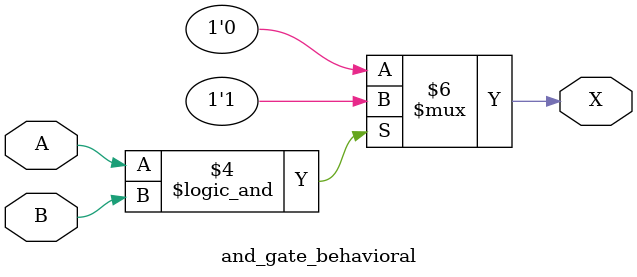
<source format=v>
module and_gate_behavioral (A, B, X);

  input A, B;
  output X;
  reg X;

  always @(A, B)
  begin
    if (A == 1 && B == 1)
      X = 1;
    else
      X = 0;
  end

endmodule

</source>
